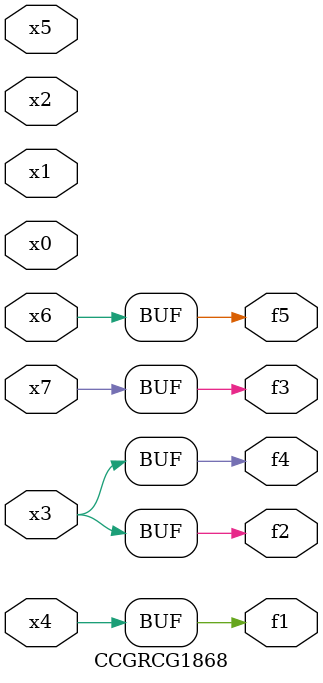
<source format=v>
module CCGRCG1868(
	input x0, x1, x2, x3, x4, x5, x6, x7,
	output f1, f2, f3, f4, f5
);
	assign f1 = x4;
	assign f2 = x3;
	assign f3 = x7;
	assign f4 = x3;
	assign f5 = x6;
endmodule

</source>
